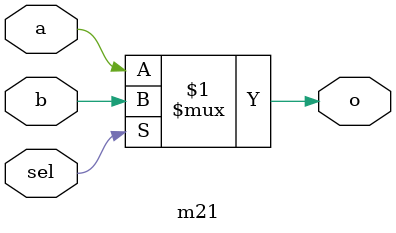
<source format=v>
(* LUT_MAP="yes" *)

module m21 (
  input   wire sel,
  input   wire a,
  input   wire b,

  output  wire o
);

  assign o = sel ? b : a;

endmodule

</source>
